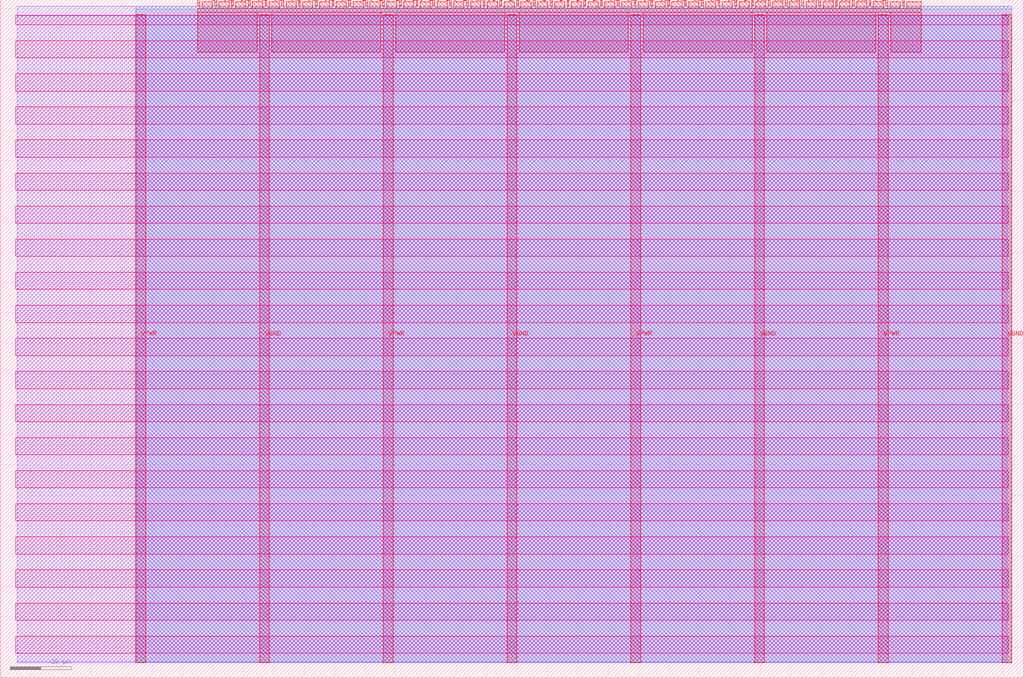
<source format=lef>
VERSION 5.7 ;
  NOWIREEXTENSIONATPIN ON ;
  DIVIDERCHAR "/" ;
  BUSBITCHARS "[]" ;
MACRO tt_um_BNNNeuron
  CLASS BLOCK ;
  FOREIGN tt_um_BNNNeuron ;
  ORIGIN 0.000 0.000 ;
  SIZE 168.360 BY 111.520 ;
  PIN VGND
    DIRECTION INOUT ;
    USE GROUND ;
    PORT
      LAYER met4 ;
        RECT 42.670 2.480 44.270 109.040 ;
    END
    PORT
      LAYER met4 ;
        RECT 83.380 2.480 84.980 109.040 ;
    END
    PORT
      LAYER met4 ;
        RECT 124.090 2.480 125.690 109.040 ;
    END
    PORT
      LAYER met4 ;
        RECT 164.800 2.480 166.400 109.040 ;
    END
  END VGND
  PIN VPWR
    DIRECTION INOUT ;
    USE POWER ;
    PORT
      LAYER met4 ;
        RECT 22.315 2.480 23.915 109.040 ;
    END
    PORT
      LAYER met4 ;
        RECT 63.025 2.480 64.625 109.040 ;
    END
    PORT
      LAYER met4 ;
        RECT 103.735 2.480 105.335 109.040 ;
    END
    PORT
      LAYER met4 ;
        RECT 144.445 2.480 146.045 109.040 ;
    END
  END VPWR
  PIN clk
    DIRECTION INPUT ;
    USE SIGNAL ;
    ANTENNAGATEAREA 0.852000 ;
    PORT
      LAYER met4 ;
        RECT 145.670 110.520 145.970 111.520 ;
    END
  END clk
  PIN ena
    DIRECTION INPUT ;
    USE SIGNAL ;
    ANTENNAGATEAREA 0.213000 ;
    PORT
      LAYER met4 ;
        RECT 148.430 110.520 148.730 111.520 ;
    END
  END ena
  PIN rst_n
    DIRECTION INPUT ;
    USE SIGNAL ;
    ANTENNAGATEAREA 0.247500 ;
    PORT
      LAYER met4 ;
        RECT 142.910 110.520 143.210 111.520 ;
    END
  END rst_n
  PIN ui_in[0]
    DIRECTION INPUT ;
    USE SIGNAL ;
    ANTENNAGATEAREA 0.196500 ;
    PORT
      LAYER met4 ;
        RECT 140.150 110.520 140.450 111.520 ;
    END
  END ui_in[0]
  PIN ui_in[1]
    DIRECTION INPUT ;
    USE SIGNAL ;
    ANTENNAGATEAREA 0.196500 ;
    PORT
      LAYER met4 ;
        RECT 137.390 110.520 137.690 111.520 ;
    END
  END ui_in[1]
  PIN ui_in[2]
    DIRECTION INPUT ;
    USE SIGNAL ;
    ANTENNAGATEAREA 0.196500 ;
    PORT
      LAYER met4 ;
        RECT 134.630 110.520 134.930 111.520 ;
    END
  END ui_in[2]
  PIN ui_in[3]
    DIRECTION INPUT ;
    USE SIGNAL ;
    ANTENNAGATEAREA 0.196500 ;
    PORT
      LAYER met4 ;
        RECT 131.870 110.520 132.170 111.520 ;
    END
  END ui_in[3]
  PIN ui_in[4]
    DIRECTION INPUT ;
    USE SIGNAL ;
    ANTENNAGATEAREA 0.196500 ;
    PORT
      LAYER met4 ;
        RECT 129.110 110.520 129.410 111.520 ;
    END
  END ui_in[4]
  PIN ui_in[5]
    DIRECTION INPUT ;
    USE SIGNAL ;
    ANTENNAGATEAREA 0.196500 ;
    PORT
      LAYER met4 ;
        RECT 126.350 110.520 126.650 111.520 ;
    END
  END ui_in[5]
  PIN ui_in[6]
    DIRECTION INPUT ;
    USE SIGNAL ;
    ANTENNAGATEAREA 0.196500 ;
    PORT
      LAYER met4 ;
        RECT 123.590 110.520 123.890 111.520 ;
    END
  END ui_in[6]
  PIN ui_in[7]
    DIRECTION INPUT ;
    USE SIGNAL ;
    ANTENNAGATEAREA 0.196500 ;
    PORT
      LAYER met4 ;
        RECT 120.830 110.520 121.130 111.520 ;
    END
  END ui_in[7]
  PIN uio_in[0]
    DIRECTION INPUT ;
    USE SIGNAL ;
    ANTENNAGATEAREA 0.196500 ;
    PORT
      LAYER met4 ;
        RECT 118.070 110.520 118.370 111.520 ;
    END
  END uio_in[0]
  PIN uio_in[1]
    DIRECTION INPUT ;
    USE SIGNAL ;
    ANTENNAGATEAREA 0.196500 ;
    PORT
      LAYER met4 ;
        RECT 115.310 110.520 115.610 111.520 ;
    END
  END uio_in[1]
  PIN uio_in[2]
    DIRECTION INPUT ;
    USE SIGNAL ;
    ANTENNAGATEAREA 0.196500 ;
    PORT
      LAYER met4 ;
        RECT 112.550 110.520 112.850 111.520 ;
    END
  END uio_in[2]
  PIN uio_in[3]
    DIRECTION INPUT ;
    USE SIGNAL ;
    ANTENNAGATEAREA 0.196500 ;
    PORT
      LAYER met4 ;
        RECT 109.790 110.520 110.090 111.520 ;
    END
  END uio_in[3]
  PIN uio_in[4]
    DIRECTION INPUT ;
    USE SIGNAL ;
    ANTENNAGATEAREA 0.196500 ;
    PORT
      LAYER met4 ;
        RECT 107.030 110.520 107.330 111.520 ;
    END
  END uio_in[4]
  PIN uio_in[5]
    DIRECTION INPUT ;
    USE SIGNAL ;
    ANTENNAGATEAREA 0.196500 ;
    PORT
      LAYER met4 ;
        RECT 104.270 110.520 104.570 111.520 ;
    END
  END uio_in[5]
  PIN uio_in[6]
    DIRECTION INPUT ;
    USE SIGNAL ;
    ANTENNAGATEAREA 0.196500 ;
    PORT
      LAYER met4 ;
        RECT 101.510 110.520 101.810 111.520 ;
    END
  END uio_in[6]
  PIN uio_in[7]
    DIRECTION INPUT ;
    USE SIGNAL ;
    ANTENNAGATEAREA 0.196500 ;
    PORT
      LAYER met4 ;
        RECT 98.750 110.520 99.050 111.520 ;
    END
  END uio_in[7]
  PIN uio_oe[0]
    DIRECTION OUTPUT TRISTATE ;
    USE SIGNAL ;
    PORT
      LAYER met4 ;
        RECT 51.830 110.520 52.130 111.520 ;
    END
  END uio_oe[0]
  PIN uio_oe[1]
    DIRECTION OUTPUT TRISTATE ;
    USE SIGNAL ;
    PORT
      LAYER met4 ;
        RECT 49.070 110.520 49.370 111.520 ;
    END
  END uio_oe[1]
  PIN uio_oe[2]
    DIRECTION OUTPUT TRISTATE ;
    USE SIGNAL ;
    PORT
      LAYER met4 ;
        RECT 46.310 110.520 46.610 111.520 ;
    END
  END uio_oe[2]
  PIN uio_oe[3]
    DIRECTION OUTPUT TRISTATE ;
    USE SIGNAL ;
    PORT
      LAYER met4 ;
        RECT 43.550 110.520 43.850 111.520 ;
    END
  END uio_oe[3]
  PIN uio_oe[4]
    DIRECTION OUTPUT TRISTATE ;
    USE SIGNAL ;
    PORT
      LAYER met4 ;
        RECT 40.790 110.520 41.090 111.520 ;
    END
  END uio_oe[4]
  PIN uio_oe[5]
    DIRECTION OUTPUT TRISTATE ;
    USE SIGNAL ;
    PORT
      LAYER met4 ;
        RECT 38.030 110.520 38.330 111.520 ;
    END
  END uio_oe[5]
  PIN uio_oe[6]
    DIRECTION OUTPUT TRISTATE ;
    USE SIGNAL ;
    PORT
      LAYER met4 ;
        RECT 35.270 110.520 35.570 111.520 ;
    END
  END uio_oe[6]
  PIN uio_oe[7]
    DIRECTION OUTPUT TRISTATE ;
    USE SIGNAL ;
    PORT
      LAYER met4 ;
        RECT 32.510 110.520 32.810 111.520 ;
    END
  END uio_oe[7]
  PIN uio_out[0]
    DIRECTION OUTPUT TRISTATE ;
    USE SIGNAL ;
    PORT
      LAYER met4 ;
        RECT 73.910 110.520 74.210 111.520 ;
    END
  END uio_out[0]
  PIN uio_out[1]
    DIRECTION OUTPUT TRISTATE ;
    USE SIGNAL ;
    PORT
      LAYER met4 ;
        RECT 71.150 110.520 71.450 111.520 ;
    END
  END uio_out[1]
  PIN uio_out[2]
    DIRECTION OUTPUT TRISTATE ;
    USE SIGNAL ;
    PORT
      LAYER met4 ;
        RECT 68.390 110.520 68.690 111.520 ;
    END
  END uio_out[2]
  PIN uio_out[3]
    DIRECTION OUTPUT TRISTATE ;
    USE SIGNAL ;
    PORT
      LAYER met4 ;
        RECT 65.630 110.520 65.930 111.520 ;
    END
  END uio_out[3]
  PIN uio_out[4]
    DIRECTION OUTPUT TRISTATE ;
    USE SIGNAL ;
    PORT
      LAYER met4 ;
        RECT 62.870 110.520 63.170 111.520 ;
    END
  END uio_out[4]
  PIN uio_out[5]
    DIRECTION OUTPUT TRISTATE ;
    USE SIGNAL ;
    PORT
      LAYER met4 ;
        RECT 60.110 110.520 60.410 111.520 ;
    END
  END uio_out[5]
  PIN uio_out[6]
    DIRECTION OUTPUT TRISTATE ;
    USE SIGNAL ;
    PORT
      LAYER met4 ;
        RECT 57.350 110.520 57.650 111.520 ;
    END
  END uio_out[6]
  PIN uio_out[7]
    DIRECTION OUTPUT TRISTATE ;
    USE SIGNAL ;
    PORT
      LAYER met4 ;
        RECT 54.590 110.520 54.890 111.520 ;
    END
  END uio_out[7]
  PIN uo_out[0]
    DIRECTION OUTPUT TRISTATE ;
    USE SIGNAL ;
    PORT
      LAYER met4 ;
        RECT 95.990 110.520 96.290 111.520 ;
    END
  END uo_out[0]
  PIN uo_out[1]
    DIRECTION OUTPUT TRISTATE ;
    USE SIGNAL ;
    PORT
      LAYER met4 ;
        RECT 93.230 110.520 93.530 111.520 ;
    END
  END uo_out[1]
  PIN uo_out[2]
    DIRECTION OUTPUT TRISTATE ;
    USE SIGNAL ;
    PORT
      LAYER met4 ;
        RECT 90.470 110.520 90.770 111.520 ;
    END
  END uo_out[2]
  PIN uo_out[3]
    DIRECTION OUTPUT TRISTATE ;
    USE SIGNAL ;
    PORT
      LAYER met4 ;
        RECT 87.710 110.520 88.010 111.520 ;
    END
  END uo_out[3]
  PIN uo_out[4]
    DIRECTION OUTPUT TRISTATE ;
    USE SIGNAL ;
    PORT
      LAYER met4 ;
        RECT 84.950 110.520 85.250 111.520 ;
    END
  END uo_out[4]
  PIN uo_out[5]
    DIRECTION OUTPUT TRISTATE ;
    USE SIGNAL ;
    PORT
      LAYER met4 ;
        RECT 82.190 110.520 82.490 111.520 ;
    END
  END uo_out[5]
  PIN uo_out[6]
    DIRECTION OUTPUT TRISTATE ;
    USE SIGNAL ;
    PORT
      LAYER met4 ;
        RECT 79.430 110.520 79.730 111.520 ;
    END
  END uo_out[6]
  PIN uo_out[7]
    DIRECTION OUTPUT TRISTATE ;
    USE SIGNAL ;
    ANTENNADIFFAREA 0.445500 ;
    PORT
      LAYER met4 ;
        RECT 76.670 110.520 76.970 111.520 ;
    END
  END uo_out[7]
  OBS
      LAYER nwell ;
        RECT 2.570 107.385 165.790 108.990 ;
        RECT 2.570 101.945 165.790 104.775 ;
        RECT 2.570 96.505 165.790 99.335 ;
        RECT 2.570 91.065 165.790 93.895 ;
        RECT 2.570 85.625 165.790 88.455 ;
        RECT 2.570 80.185 165.790 83.015 ;
        RECT 2.570 74.745 165.790 77.575 ;
        RECT 2.570 69.305 165.790 72.135 ;
        RECT 2.570 63.865 165.790 66.695 ;
        RECT 2.570 58.425 165.790 61.255 ;
        RECT 2.570 52.985 165.790 55.815 ;
        RECT 2.570 47.545 165.790 50.375 ;
        RECT 2.570 42.105 165.790 44.935 ;
        RECT 2.570 36.665 165.790 39.495 ;
        RECT 2.570 31.225 165.790 34.055 ;
        RECT 2.570 25.785 165.790 28.615 ;
        RECT 2.570 20.345 165.790 23.175 ;
        RECT 2.570 14.905 165.790 17.735 ;
        RECT 2.570 9.465 165.790 12.295 ;
        RECT 2.570 4.025 165.790 6.855 ;
      LAYER li1 ;
        RECT 2.760 2.635 165.600 108.885 ;
      LAYER met1 ;
        RECT 2.760 2.480 166.400 110.460 ;
      LAYER met2 ;
        RECT 22.345 2.535 166.370 110.490 ;
      LAYER met3 ;
        RECT 22.325 2.555 166.390 109.985 ;
      LAYER met4 ;
        RECT 33.210 110.120 34.870 111.170 ;
        RECT 35.970 110.120 37.630 111.170 ;
        RECT 38.730 110.120 40.390 111.170 ;
        RECT 41.490 110.120 43.150 111.170 ;
        RECT 44.250 110.120 45.910 111.170 ;
        RECT 47.010 110.120 48.670 111.170 ;
        RECT 49.770 110.120 51.430 111.170 ;
        RECT 52.530 110.120 54.190 111.170 ;
        RECT 55.290 110.120 56.950 111.170 ;
        RECT 58.050 110.120 59.710 111.170 ;
        RECT 60.810 110.120 62.470 111.170 ;
        RECT 63.570 110.120 65.230 111.170 ;
        RECT 66.330 110.120 67.990 111.170 ;
        RECT 69.090 110.120 70.750 111.170 ;
        RECT 71.850 110.120 73.510 111.170 ;
        RECT 74.610 110.120 76.270 111.170 ;
        RECT 77.370 110.120 79.030 111.170 ;
        RECT 80.130 110.120 81.790 111.170 ;
        RECT 82.890 110.120 84.550 111.170 ;
        RECT 85.650 110.120 87.310 111.170 ;
        RECT 88.410 110.120 90.070 111.170 ;
        RECT 91.170 110.120 92.830 111.170 ;
        RECT 93.930 110.120 95.590 111.170 ;
        RECT 96.690 110.120 98.350 111.170 ;
        RECT 99.450 110.120 101.110 111.170 ;
        RECT 102.210 110.120 103.870 111.170 ;
        RECT 104.970 110.120 106.630 111.170 ;
        RECT 107.730 110.120 109.390 111.170 ;
        RECT 110.490 110.120 112.150 111.170 ;
        RECT 113.250 110.120 114.910 111.170 ;
        RECT 116.010 110.120 117.670 111.170 ;
        RECT 118.770 110.120 120.430 111.170 ;
        RECT 121.530 110.120 123.190 111.170 ;
        RECT 124.290 110.120 125.950 111.170 ;
        RECT 127.050 110.120 128.710 111.170 ;
        RECT 129.810 110.120 131.470 111.170 ;
        RECT 132.570 110.120 134.230 111.170 ;
        RECT 135.330 110.120 136.990 111.170 ;
        RECT 138.090 110.120 139.750 111.170 ;
        RECT 140.850 110.120 142.510 111.170 ;
        RECT 143.610 110.120 145.270 111.170 ;
        RECT 146.370 110.120 148.030 111.170 ;
        RECT 149.130 110.120 151.505 111.170 ;
        RECT 32.495 109.440 151.505 110.120 ;
        RECT 32.495 102.855 42.270 109.440 ;
        RECT 44.670 102.855 62.625 109.440 ;
        RECT 65.025 102.855 82.980 109.440 ;
        RECT 85.380 102.855 103.335 109.440 ;
        RECT 105.735 102.855 123.690 109.440 ;
        RECT 126.090 102.855 144.045 109.440 ;
        RECT 146.445 102.855 151.505 109.440 ;
  END
END tt_um_BNNNeuron
END LIBRARY


</source>
